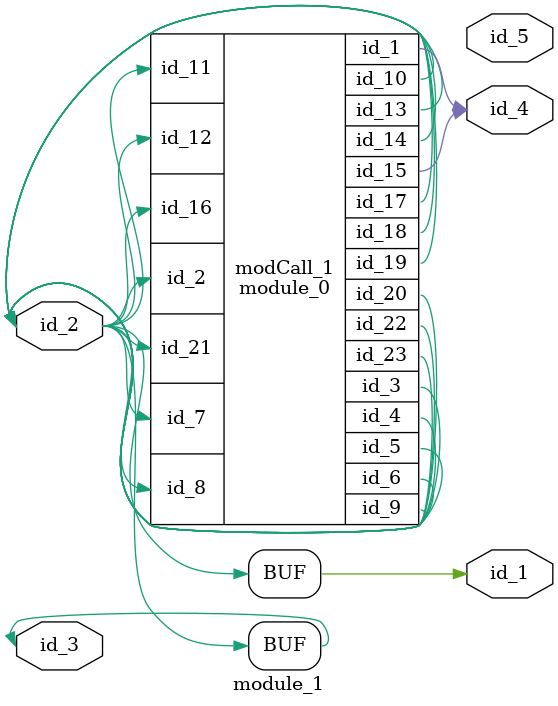
<source format=v>
module module_0 (
    id_1,
    id_2,
    id_3,
    id_4,
    id_5,
    id_6,
    id_7,
    id_8,
    id_9,
    id_10,
    id_11,
    id_12,
    id_13,
    id_14,
    id_15,
    id_16,
    id_17,
    id_18,
    id_19,
    id_20,
    id_21,
    id_22,
    id_23
);
  inout wire id_23;
  inout wire id_22;
  input wire id_21;
  output wire id_20;
  inout wire id_19;
  inout wire id_18;
  inout wire id_17;
  input wire id_16;
  output wire id_15;
  output wire id_14;
  inout wire id_13;
  input wire id_12;
  input wire id_11;
  inout wire id_10;
  inout wire id_9;
  input wire id_8;
  input wire id_7;
  inout wire id_6;
  inout wire id_5;
  inout wire id_4;
  inout wire id_3;
  input wire id_2;
  output wire id_1;
  wire id_24 = id_9;
endmodule
module module_1 (
    id_1,
    id_2,
    id_3,
    id_4,
    id_5
);
  output wire id_5;
  output wire id_4;
  inout wire id_3;
  inout wire id_2;
  output wire id_1;
  assign id_1 = id_2;
  module_0 modCall_1 (
      id_4,
      id_3,
      id_3,
      id_2,
      id_3,
      id_2,
      id_3,
      id_2,
      id_2,
      id_3,
      id_3,
      id_2,
      id_3,
      id_1,
      id_4,
      id_2,
      id_2,
      id_3,
      id_3,
      id_1,
      id_2,
      id_2,
      id_3
  );
  buf primCall (id_3, id_2);
endmodule

</source>
